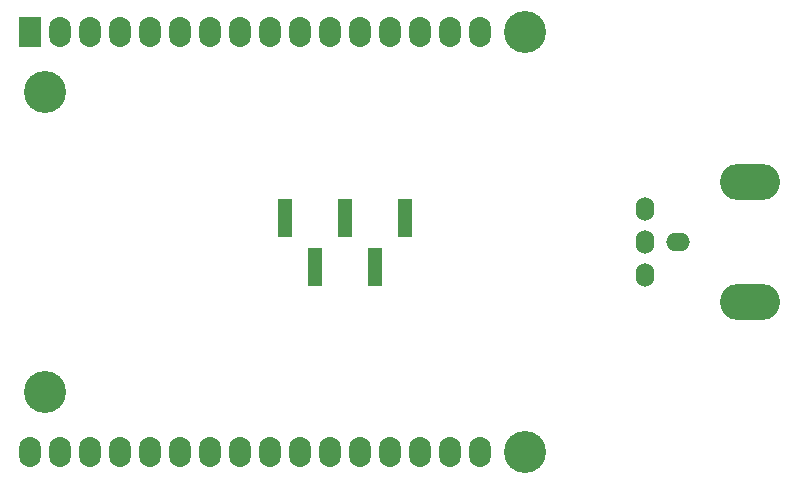
<source format=gts>
%TF.GenerationSoftware,KiCad,Pcbnew,5.1.7-a382d34a8~87~ubuntu20.04.1*%
%TF.CreationDate,2020-10-30T10:09:33-04:00*%
%TF.ProjectId,encoder_interface_simple_3x2,656e636f-6465-4725-9f69-6e7465726661,1.1*%
%TF.SameCoordinates,Original*%
%TF.FileFunction,Soldermask,Top*%
%TF.FilePolarity,Negative*%
%FSLAX46Y46*%
G04 Gerber Fmt 4.6, Leading zero omitted, Abs format (unit mm)*
G04 Created by KiCad (PCBNEW 5.1.7-a382d34a8~87~ubuntu20.04.1) date 2020-10-30 10:09:33*
%MOMM*%
%LPD*%
G01*
G04 APERTURE LIST*
%ADD10C,3.556000*%
%ADD11O,1.854200X2.540000*%
%ADD12R,1.854200X2.540000*%
%ADD13O,5.080000X3.048000*%
%ADD14O,2.032000X1.524000*%
%ADD15O,1.524000X2.032000*%
%ADD16R,1.270000X3.175000*%
G04 APERTURE END LIST*
D10*
%TO.C,MDB1*%
X130175000Y-71120000D03*
X130175000Y-106680000D03*
X89535000Y-101600000D03*
X89535000Y-76200000D03*
D11*
X88265000Y-106680000D03*
X90805000Y-106680000D03*
X93345000Y-106680000D03*
X95885000Y-106680000D03*
X98425000Y-106680000D03*
X100965000Y-106680000D03*
X103505000Y-106680000D03*
X106045000Y-106680000D03*
X108585000Y-106680000D03*
X111125000Y-106680000D03*
X113665000Y-106680000D03*
X116205000Y-106680000D03*
X118745000Y-106680000D03*
X121285000Y-106680000D03*
X123825000Y-106680000D03*
X126365000Y-106680000D03*
X126365000Y-71120000D03*
X123825000Y-71120000D03*
X121285000Y-71120000D03*
X118745000Y-71120000D03*
X116205000Y-71120000D03*
X113665000Y-71120000D03*
X111125000Y-71120000D03*
X108585000Y-71120000D03*
X106045000Y-71120000D03*
X103505000Y-71120000D03*
X100965000Y-71120000D03*
X98425000Y-71120000D03*
X95885000Y-71120000D03*
D12*
X88265000Y-71120000D03*
D11*
X93345000Y-71120000D03*
X90805000Y-71120000D03*
%TD*%
D13*
%TO.C,P1*%
X149225000Y-83820000D03*
X149225000Y-93980000D03*
D14*
X143129000Y-88900000D03*
D15*
X140335000Y-88900000D03*
X140335000Y-91694000D03*
X140335000Y-86106000D03*
%TD*%
D16*
%TO.C,P2*%
X117475000Y-90995500D03*
X120015000Y-86804500D03*
X114935000Y-86804500D03*
X112395000Y-90995500D03*
X109855000Y-86804500D03*
%TD*%
M02*

</source>
